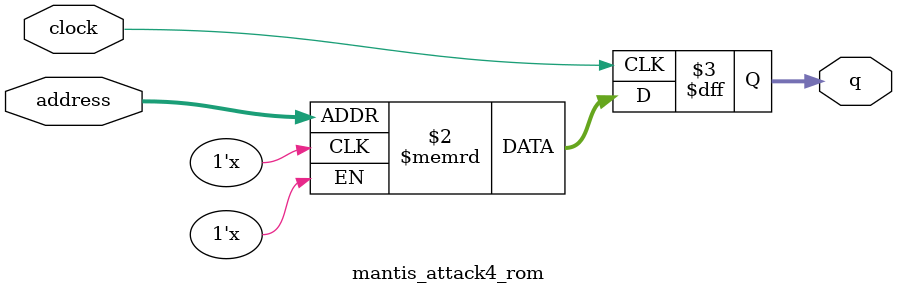
<source format=sv>
module mantis_attack4_rom (
	input logic clock,
	input logic [14:0] address,
	output logic [2:0] q
);

logic [2:0] memory [0:18815] /* synthesis ram_init_file = "./mantis_attack4/mantis_attack4.mif" */;

always_ff @ (posedge clock) begin
	q <= memory[address];
end

endmodule

</source>
